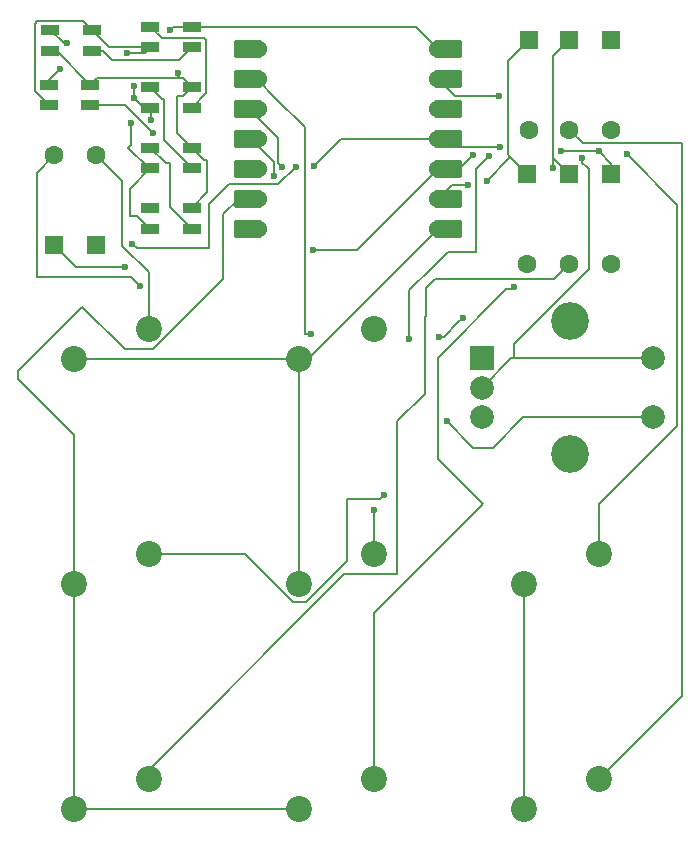
<source format=gbr>
%TF.GenerationSoftware,KiCad,Pcbnew,9.0.2*%
%TF.CreationDate,2025-08-01T00:08:24-07:00*%
%TF.ProjectId,macropad,6d616372-6f70-4616-942e-6b696361645f,rev?*%
%TF.SameCoordinates,Original*%
%TF.FileFunction,Copper,L1,Top*%
%TF.FilePolarity,Positive*%
%FSLAX46Y46*%
G04 Gerber Fmt 4.6, Leading zero omitted, Abs format (unit mm)*
G04 Created by KiCad (PCBNEW 9.0.2) date 2025-08-01 00:08:24*
%MOMM*%
%LPD*%
G01*
G04 APERTURE LIST*
G04 Aperture macros list*
%AMRoundRect*
0 Rectangle with rounded corners*
0 $1 Rounding radius*
0 $2 $3 $4 $5 $6 $7 $8 $9 X,Y pos of 4 corners*
0 Add a 4 corners polygon primitive as box body*
4,1,4,$2,$3,$4,$5,$6,$7,$8,$9,$2,$3,0*
0 Add four circle primitives for the rounded corners*
1,1,$1+$1,$2,$3*
1,1,$1+$1,$4,$5*
1,1,$1+$1,$6,$7*
1,1,$1+$1,$8,$9*
0 Add four rect primitives between the rounded corners*
20,1,$1+$1,$2,$3,$4,$5,0*
20,1,$1+$1,$4,$5,$6,$7,0*
20,1,$1+$1,$6,$7,$8,$9,0*
20,1,$1+$1,$8,$9,$2,$3,0*%
G04 Aperture macros list end*
%TA.AperFunction,SMDPad,CuDef*%
%ADD10R,1.600000X0.850000*%
%TD*%
%TA.AperFunction,ComponentPad*%
%ADD11C,1.600000*%
%TD*%
%TA.AperFunction,ComponentPad*%
%ADD12RoundRect,0.250000X-0.550000X0.550000X-0.550000X-0.550000X0.550000X-0.550000X0.550000X0.550000X0*%
%TD*%
%TA.AperFunction,ComponentPad*%
%ADD13RoundRect,0.250000X0.550000X-0.550000X0.550000X0.550000X-0.550000X0.550000X-0.550000X-0.550000X0*%
%TD*%
%TA.AperFunction,SMDPad,CuDef*%
%ADD14RoundRect,0.152400X1.063600X0.609600X-1.063600X0.609600X-1.063600X-0.609600X1.063600X-0.609600X0*%
%TD*%
%TA.AperFunction,ComponentPad*%
%ADD15C,1.524000*%
%TD*%
%TA.AperFunction,SMDPad,CuDef*%
%ADD16RoundRect,0.152400X-1.063600X-0.609600X1.063600X-0.609600X1.063600X0.609600X-1.063600X0.609600X0*%
%TD*%
%TA.AperFunction,ComponentPad*%
%ADD17C,2.200000*%
%TD*%
%TA.AperFunction,ComponentPad*%
%ADD18R,2.000000X2.000000*%
%TD*%
%TA.AperFunction,ComponentPad*%
%ADD19C,2.000000*%
%TD*%
%TA.AperFunction,ComponentPad*%
%ADD20C,3.200000*%
%TD*%
%TA.AperFunction,ViaPad*%
%ADD21C,0.600000*%
%TD*%
%TA.AperFunction,Conductor*%
%ADD22C,0.200000*%
%TD*%
G04 APERTURE END LIST*
D10*
%TO.P,D3,4,VDD*%
%TO.N,+5V*%
X72872500Y-50290000D03*
%TO.P,D3,3,DIN*%
%TO.N,Net-(D2-DOUT)*%
X72872500Y-52040000D03*
%TO.P,D3,2,VSS*%
%TO.N,GND*%
X69372500Y-52040000D03*
%TO.P,D3,1,DOUT*%
%TO.N,Net-(D3-DOUT)*%
X69372500Y-50290000D03*
%TD*%
%TO.P,D2,4,VDD*%
%TO.N,+5V*%
X60900000Y-52325000D03*
%TO.P,D2,3,DIN*%
%TO.N,Net-(D1-DOUT)*%
X60900000Y-50575000D03*
%TO.P,D2,2,VSS*%
%TO.N,GND*%
X64400000Y-50575000D03*
%TO.P,D2,1,DOUT*%
%TO.N,Net-(D2-DOUT)*%
X64400000Y-52325000D03*
%TD*%
%TO.P,D4,4,VDD*%
%TO.N,+5V*%
X72872500Y-55410000D03*
%TO.P,D4,3,DIN*%
%TO.N,Net-(D3-DOUT)*%
X72872500Y-57160000D03*
%TO.P,D4,2,VSS*%
%TO.N,GND*%
X69372500Y-57160000D03*
%TO.P,D4,1,DOUT*%
%TO.N,Net-(D4-DOUT)*%
X69372500Y-55410000D03*
%TD*%
%TO.P,D5,4,VDD*%
%TO.N,+5V*%
X72872500Y-60530000D03*
%TO.P,D5,3,DIN*%
%TO.N,Net-(D4-DOUT)*%
X72872500Y-62280000D03*
%TO.P,D5,2,VSS*%
%TO.N,GND*%
X69372500Y-62280000D03*
%TO.P,D5,1,DOUT*%
%TO.N,Net-(D5-DOUT)*%
X69372500Y-60530000D03*
%TD*%
%TO.P,D6,4,VDD*%
%TO.N,+5V*%
X72872500Y-65650000D03*
%TO.P,D6,3,DIN*%
%TO.N,Net-(D5-DOUT)*%
X72872500Y-67400000D03*
%TO.P,D6,2,VSS*%
%TO.N,GND*%
X69372500Y-67400000D03*
%TO.P,D6,1,DOUT*%
%TO.N,unconnected-(D6-DOUT-Pad1)*%
X69372500Y-65650000D03*
%TD*%
%TO.P,D1,4,VDD*%
%TO.N,+5V*%
X64300000Y-55200000D03*
%TO.P,D1,3,DIN*%
%TO.N,Net-(D1-DIN)*%
X64300000Y-56950000D03*
%TO.P,D1,2,VSS*%
%TO.N,GND*%
X60800000Y-56950000D03*
%TO.P,D1,1,DOUT*%
%TO.N,Net-(D1-DOUT)*%
X60800000Y-55200000D03*
%TD*%
D11*
%TO.P,D13,2,A*%
%TO.N,Net-(D13-A)*%
X108400000Y-59010000D03*
D12*
%TO.P,D13,1,K*%
%TO.N,Net-(D10-K)*%
X108400000Y-51390000D03*
%TD*%
D11*
%TO.P,D14,2,A*%
%TO.N,Net-(D14-A)*%
X104850000Y-59010000D03*
D12*
%TO.P,D14,1,K*%
%TO.N,Net-(D11-K)*%
X104850000Y-51390000D03*
%TD*%
D11*
%TO.P,D12,2,A*%
%TO.N,Net-(D12-A)*%
X101300000Y-70370000D03*
D12*
%TO.P,D12,1,K*%
%TO.N,Net-(D12-K)*%
X101300000Y-62750000D03*
%TD*%
D11*
%TO.P,D7,2,A*%
%TO.N,Net-(D7-A)*%
X64750000Y-61140000D03*
D13*
%TO.P,D7,1,K*%
%TO.N,Net-(D10-K)*%
X64750000Y-68760000D03*
%TD*%
D11*
%TO.P,D9,2,A*%
%TO.N,Net-(D9-A)*%
X101450000Y-59010000D03*
D12*
%TO.P,D9,1,K*%
%TO.N,Net-(D12-K)*%
X101450000Y-51390000D03*
%TD*%
D11*
%TO.P,D10,2,A*%
%TO.N,Net-(D10-A)*%
X108400000Y-70370000D03*
D12*
%TO.P,D10,1,K*%
%TO.N,Net-(D10-K)*%
X108400000Y-62750000D03*
%TD*%
D11*
%TO.P,D8,2,A*%
%TO.N,Net-(D8-A)*%
X61250000Y-61140000D03*
D13*
%TO.P,D8,1,K*%
%TO.N,Net-(D11-K)*%
X61250000Y-68760000D03*
%TD*%
D11*
%TO.P,D11,2,A*%
%TO.N,Net-(D11-A)*%
X104850000Y-70370000D03*
D12*
%TO.P,D11,1,K*%
%TO.N,Net-(D11-K)*%
X104850000Y-62750000D03*
%TD*%
D14*
%TO.P,U1,1,GPIO26/ADC0/A0*%
%TO.N,unconnected-(U1-GPIO26{slash}ADC0{slash}A0-Pad1)*%
X77635000Y-52160000D03*
D15*
X78470000Y-52160000D03*
D14*
%TO.P,U1,2,GPIO27/ADC1/A1*%
%TO.N,Net-(U1-GPIO27{slash}ADC1{slash}A1)*%
X77635000Y-54700000D03*
D15*
X78470000Y-54700000D03*
D14*
%TO.P,U1,3,GPIO28/ADC2/A2*%
%TO.N,Net-(U1-GPIO28{slash}ADC2{slash}A2)*%
X77635000Y-57240000D03*
D15*
X78470000Y-57240000D03*
D14*
%TO.P,U1,4,GPIO29/ADC3/A3*%
%TO.N,Net-(U1-GPIO29{slash}ADC3{slash}A3)*%
X77635000Y-59780000D03*
D15*
X78470000Y-59780000D03*
D14*
%TO.P,U1,5,GPIO6/SDA*%
%TO.N,Net-(D1-DIN)*%
X77635000Y-62320000D03*
D15*
X78470000Y-62320000D03*
D14*
%TO.P,U1,6,GPIO7/SCL*%
%TO.N,Net-(U1-GPIO7{slash}SCL)*%
X77635000Y-64860000D03*
D15*
X78470000Y-64860000D03*
D14*
%TO.P,U1,7,GPIO0/TX*%
%TO.N,Net-(U1-GPIO0{slash}TX)*%
X77635000Y-67400000D03*
D15*
X78470000Y-67400000D03*
%TO.P,U1,8,GPIO1/RX*%
%TO.N,Net-(U1-GPIO1{slash}RX)*%
X93710000Y-67400000D03*
D16*
X94545000Y-67400000D03*
D15*
%TO.P,U1,9,GPIO2/SCK*%
%TO.N,Net-(D12-K)*%
X93710000Y-64860000D03*
D16*
X94545000Y-64860000D03*
D15*
%TO.P,U1,10,GPIO4/MISO*%
%TO.N,Net-(D11-K)*%
X93710000Y-62320000D03*
D16*
X94545000Y-62320000D03*
D15*
%TO.P,U1,11,GPIO3/MOSI*%
%TO.N,Net-(D10-K)*%
X93710000Y-59780000D03*
D16*
X94545000Y-59780000D03*
D15*
%TO.P,U1,12,3V3*%
%TO.N,unconnected-(U1-3V3-Pad12)*%
X93710000Y-57240000D03*
D16*
X94545000Y-57240000D03*
D15*
%TO.P,U1,13,GND*%
%TO.N,GND*%
X93710000Y-54700000D03*
D16*
X94545000Y-54700000D03*
D15*
%TO.P,U1,14,VBUS*%
%TO.N,+5V*%
X93710000Y-52160000D03*
D16*
X94545000Y-52160000D03*
%TD*%
D17*
%TO.P,SW9,1,1*%
%TO.N,Net-(D14-A)*%
X107315000Y-113982500D03*
%TO.P,SW9,2,2*%
%TO.N,Net-(U1-GPIO27{slash}ADC1{slash}A1)*%
X100965000Y-116522500D03*
%TD*%
%TO.P,SW8,1,1*%
%TO.N,Net-(D13-A)*%
X107315000Y-94932500D03*
%TO.P,SW8,2,2*%
%TO.N,Net-(U1-GPIO27{slash}ADC1{slash}A1)*%
X100965000Y-97472500D03*
%TD*%
%TO.P,SW3,1,1*%
%TO.N,Net-(D9-A)*%
X88265000Y-94932500D03*
%TO.P,SW3,2,2*%
%TO.N,Net-(U1-GPIO1{slash}RX)*%
X81915000Y-97472500D03*
%TD*%
%TO.P,SW1,1,1*%
%TO.N,Net-(D7-A)*%
X69215000Y-75882500D03*
%TO.P,SW1,2,2*%
%TO.N,Net-(U1-GPIO1{slash}RX)*%
X62865000Y-78422500D03*
%TD*%
%TO.P,SW6,1,1*%
%TO.N,Net-(D12-A)*%
X88265000Y-113982500D03*
%TO.P,SW6,2,2*%
%TO.N,Net-(U1-GPIO7{slash}SCL)*%
X81915000Y-116522500D03*
%TD*%
%TO.P,SW4,1,1*%
%TO.N,Net-(D10-A)*%
X69215000Y-94932500D03*
%TO.P,SW4,2,2*%
%TO.N,Net-(U1-GPIO7{slash}SCL)*%
X62865000Y-97472500D03*
%TD*%
%TO.P,SW5,1,1*%
%TO.N,Net-(D11-A)*%
X69215000Y-113982500D03*
%TO.P,SW5,2,2*%
%TO.N,Net-(U1-GPIO7{slash}SCL)*%
X62865000Y-116522500D03*
%TD*%
%TO.P,SW2,1,1*%
%TO.N,Net-(D8-A)*%
X88265000Y-75882500D03*
%TO.P,SW2,2,2*%
%TO.N,Net-(U1-GPIO1{slash}RX)*%
X81915000Y-78422500D03*
%TD*%
D18*
%TO.P,SW7,A,A*%
%TO.N,Net-(U1-GPIO29{slash}ADC3{slash}A3)*%
X97418750Y-78343750D03*
D19*
%TO.P,SW7,B,B*%
%TO.N,Net-(U1-GPIO28{slash}ADC2{slash}A2)*%
X97418750Y-83343750D03*
%TO.P,SW7,C,C*%
%TO.N,GND*%
X97418750Y-80843750D03*
D20*
%TO.P,SW7,MP*%
%TO.N,N/C*%
X104918750Y-75243750D03*
X104918750Y-86443750D03*
D19*
%TO.P,SW7,S1,S1*%
%TO.N,Net-(U1-GPIO0{slash}TX)*%
X111918750Y-83343750D03*
%TO.P,SW7,S2,S2*%
%TO.N,GND*%
X111918750Y-78343750D03*
%TD*%
D21*
%TO.N,Net-(D1-DOUT)*%
X62350000Y-51700000D03*
X61750000Y-53850000D03*
%TO.N,GND*%
X67750000Y-58450000D03*
X69400000Y-58150000D03*
%TO.N,Net-(U1-GPIO29{slash}ADC3{slash}A3)*%
X95800000Y-74950000D03*
X93800000Y-76550000D03*
X79800000Y-62900000D03*
%TO.N,Net-(D12-K)*%
X97850000Y-63350000D03*
X96300000Y-63700000D03*
%TO.N,Net-(D11-K)*%
X96700000Y-61150000D03*
X103500000Y-62250000D03*
%TO.N,Net-(D8-A)*%
X68500000Y-72250000D03*
%TO.N,Net-(U1-GPIO28{slash}ADC2{slash}A2)*%
X80550000Y-62200000D03*
%TO.N,Net-(D10-K)*%
X67850000Y-68700000D03*
X81700000Y-62150000D03*
X83250000Y-62050000D03*
%TO.N,GND*%
X98850000Y-56150000D03*
X105950000Y-61450000D03*
%TO.N,Net-(D9-A)*%
X91300000Y-76700000D03*
X88300000Y-91200000D03*
X98000000Y-61250000D03*
%TO.N,Net-(U1-GPIO27{slash}ADC1{slash}A1)*%
X82950000Y-76300000D03*
%TO.N,GND*%
X67350000Y-52500000D03*
X68000000Y-55350000D03*
X68000000Y-56300000D03*
%TO.N,Net-(D11-K)*%
X67200000Y-70600000D03*
X83150000Y-69200000D03*
%TO.N,Net-(D1-DIN)*%
X69600000Y-59300000D03*
%TO.N,Net-(D10-K)*%
X98950000Y-60450000D03*
X104150000Y-60850000D03*
X107350000Y-60850000D03*
%TO.N,Net-(D13-A)*%
X109700000Y-61100000D03*
%TO.N,Net-(D10-A)*%
X89150000Y-89950000D03*
%TO.N,Net-(D12-A)*%
X100150000Y-72300000D03*
%TO.N,Net-(U1-GPIO0{slash}TX)*%
X94450000Y-83700000D03*
%TO.N,+5V*%
X71000000Y-50600000D03*
X71750000Y-54200000D03*
%TD*%
D22*
%TO.N,Net-(D1-DOUT)*%
X62350000Y-51700000D02*
X62025000Y-51700000D01*
X60800000Y-54800000D02*
X61750000Y-53850000D01*
X60800000Y-55200000D02*
X60800000Y-54800000D01*
X62025000Y-51700000D02*
X60900000Y-50575000D01*
%TO.N,GND*%
X69372500Y-62280000D02*
X69230000Y-62280000D01*
X67750000Y-60300000D02*
X67750000Y-58450000D01*
X69230000Y-62280000D02*
X67500000Y-60550000D01*
X67500000Y-60550000D02*
X67750000Y-60300000D01*
X69400000Y-58150000D02*
X69400000Y-57187500D01*
X69400000Y-57187500D02*
X69372500Y-57160000D01*
X68272500Y-66300000D02*
X67650000Y-66300000D01*
X69372500Y-67400000D02*
X68272500Y-66300000D01*
X67650000Y-66300000D02*
X67650000Y-64002500D01*
X67650000Y-64002500D02*
X69372500Y-62280000D01*
%TO.N,Net-(U1-GPIO29{slash}ADC3{slash}A3)*%
X95450000Y-75300000D02*
X95800000Y-74950000D01*
X78470000Y-59780000D02*
X78470000Y-60420000D01*
X93800000Y-76550000D02*
X94200000Y-76550000D01*
X79800000Y-61750000D02*
X79800000Y-62900000D01*
X79400000Y-61350000D02*
X79800000Y-61750000D01*
X78470000Y-60420000D02*
X79400000Y-61350000D01*
X94200000Y-76550000D02*
X95450000Y-75300000D01*
%TO.N,Net-(D12-K)*%
X93710000Y-64860000D02*
X94870000Y-63700000D01*
X94870000Y-63700000D02*
X96300000Y-63700000D01*
X99650000Y-61100000D02*
X99775000Y-61225000D01*
X99775000Y-61425000D02*
X99775000Y-61225000D01*
X97850000Y-63350000D02*
X99775000Y-61425000D01*
%TO.N,Net-(D11-K)*%
X95530000Y-62320000D02*
X96700000Y-61150000D01*
X93710000Y-62320000D02*
X95530000Y-62320000D01*
X103500000Y-62250000D02*
X103500000Y-61400000D01*
%TO.N,Net-(D8-A)*%
X67750000Y-71500000D02*
X68500000Y-72250000D01*
X59750000Y-62640000D02*
X59750000Y-71500000D01*
X59750000Y-71500000D02*
X67750000Y-71500000D01*
X61250000Y-61140000D02*
X59750000Y-62640000D01*
%TO.N,Net-(U1-GPIO28{slash}ADC2{slash}A2)*%
X78470000Y-58020000D02*
X80200000Y-59750000D01*
X78470000Y-57240000D02*
X78470000Y-58020000D01*
X80200000Y-61850000D02*
X80550000Y-62200000D01*
X80200000Y-59750000D02*
X80200000Y-61850000D01*
%TO.N,Net-(D10-K)*%
X74350000Y-69050000D02*
X68200000Y-69050000D01*
X80200000Y-63650000D02*
X76000000Y-63650000D01*
X93710000Y-59780000D02*
X85520000Y-59780000D01*
X81700000Y-62150000D02*
X80200000Y-63650000D01*
X85520000Y-59780000D02*
X83250000Y-62050000D01*
X76000000Y-63650000D02*
X74350000Y-65300000D01*
X68200000Y-69050000D02*
X67850000Y-68700000D01*
X74350000Y-65300000D02*
X74350000Y-69050000D01*
%TO.N,GND*%
X100150000Y-78343750D02*
X99918750Y-78343750D01*
X106500000Y-65150000D02*
X106500000Y-62350000D01*
X105950000Y-61800000D02*
X105950000Y-61450000D01*
X95160000Y-56150000D02*
X93710000Y-54700000D01*
X100150000Y-78343750D02*
X100150000Y-77150000D01*
X106300000Y-62150000D02*
X105950000Y-61800000D01*
X106500000Y-70800000D02*
X106500000Y-65150000D01*
X100150000Y-77150000D02*
X106500000Y-70800000D01*
X106500000Y-62350000D02*
X106300000Y-62150000D01*
X98850000Y-56150000D02*
X95160000Y-56150000D01*
%TO.N,Net-(D9-A)*%
X96950000Y-62300000D02*
X98000000Y-61250000D01*
X94550000Y-69350000D02*
X96950000Y-69350000D01*
X88300000Y-94897500D02*
X88300000Y-91200000D01*
X93300000Y-70600000D02*
X94550000Y-69350000D01*
X88265000Y-94932500D02*
X88300000Y-94897500D01*
X96950000Y-69350000D02*
X96950000Y-62300000D01*
X91300000Y-76700000D02*
X91300000Y-72600000D01*
X91300000Y-72600000D02*
X93300000Y-70600000D01*
%TO.N,Net-(U1-GPIO27{slash}ADC1{slash}A1)*%
X82450000Y-76300000D02*
X82950000Y-76300000D01*
X79950000Y-56300000D02*
X82450000Y-58800000D01*
X78470000Y-54820000D02*
X79950000Y-56300000D01*
X78470000Y-54700000D02*
X78470000Y-54820000D01*
X82450000Y-58800000D02*
X82450000Y-76300000D01*
%TO.N,GND*%
X67350000Y-52500000D02*
X68912500Y-52500000D01*
X68912500Y-52500000D02*
X69372500Y-52040000D01*
X68000000Y-56300000D02*
X68000000Y-55350000D01*
X69372500Y-57160000D02*
X68860000Y-57160000D01*
X68860000Y-57160000D02*
X68000000Y-56300000D01*
%TO.N,Net-(D11-K)*%
X83150000Y-69200000D02*
X86830000Y-69200000D01*
X86830000Y-69200000D02*
X93710000Y-62320000D01*
X63090000Y-70600000D02*
X67200000Y-70600000D01*
X61250000Y-68760000D02*
X63090000Y-70600000D01*
%TO.N,Net-(D1-DIN)*%
X67250000Y-56950000D02*
X69600000Y-59300000D01*
X64300000Y-56950000D02*
X67250000Y-56950000D01*
%TO.N,Net-(D10-K)*%
X107350000Y-60850000D02*
X104150000Y-60850000D01*
X94380000Y-60450000D02*
X93710000Y-59780000D01*
X98950000Y-60450000D02*
X94380000Y-60450000D01*
X108400000Y-61900000D02*
X107350000Y-60850000D01*
X108400000Y-62750000D02*
X108400000Y-61900000D01*
%TO.N,Net-(D11-K)*%
X104850000Y-62750000D02*
X103500000Y-61400000D01*
X103500000Y-61400000D02*
X103500000Y-52740000D01*
X103500000Y-52740000D02*
X104850000Y-51390000D01*
%TO.N,Net-(D12-K)*%
X101450000Y-51390000D02*
X99650000Y-53190000D01*
X99775000Y-61225000D02*
X101300000Y-62750000D01*
X99650000Y-53190000D02*
X99650000Y-61100000D01*
%TO.N,Net-(D13-A)*%
X113950000Y-65350000D02*
X109700000Y-61100000D01*
X107315000Y-90735000D02*
X113200000Y-84850000D01*
X113950000Y-83900000D02*
X113950000Y-65350000D01*
X107315000Y-94932500D02*
X107315000Y-90735000D01*
X113200000Y-84850000D02*
X113950000Y-84100000D01*
X113950000Y-84100000D02*
X113950000Y-83900000D01*
%TO.N,Net-(D10-A)*%
X86050000Y-90300000D02*
X88800000Y-90300000D01*
X83400000Y-98150000D02*
X86050000Y-95500000D01*
X81450000Y-99000000D02*
X82550000Y-99000000D01*
X77382500Y-94932500D02*
X81450000Y-99000000D01*
X88800000Y-90300000D02*
X89150000Y-89950000D01*
X86050000Y-95500000D02*
X86050000Y-90300000D01*
X69215000Y-94932500D02*
X77382500Y-94932500D01*
X82550000Y-99000000D02*
X83400000Y-98150000D01*
%TO.N,Net-(D12-A)*%
X97500000Y-90700000D02*
X93700000Y-86900000D01*
X99500000Y-72500000D02*
X99950000Y-72500000D01*
X93700000Y-86900000D02*
X93700000Y-81650000D01*
X88265000Y-113982500D02*
X88265000Y-99935000D01*
X88265000Y-99935000D02*
X97500000Y-90700000D01*
X93700000Y-81650000D02*
X93700000Y-78300000D01*
X99950000Y-72500000D02*
X100150000Y-72300000D01*
X93700000Y-78300000D02*
X99500000Y-72500000D01*
%TO.N,Net-(U1-GPIO0{slash}TX)*%
X111918750Y-83343750D02*
X100956250Y-83343750D01*
X98350000Y-85950000D02*
X96700000Y-85950000D01*
X100956250Y-83343750D02*
X98350000Y-85950000D01*
X96700000Y-85950000D02*
X94450000Y-83700000D01*
%TO.N,Net-(D14-A)*%
X114350000Y-106947500D02*
X114350000Y-60150000D01*
X107315000Y-113982500D02*
X114350000Y-106947500D01*
X114350000Y-60150000D02*
X105990000Y-60150000D01*
X105990000Y-60150000D02*
X104850000Y-59010000D01*
%TO.N,+5V*%
X72872500Y-50290000D02*
X91840000Y-50290000D01*
X91840000Y-50290000D02*
X93710000Y-52160000D01*
X72112500Y-54650000D02*
X71900000Y-54650000D01*
X72872500Y-50290000D02*
X71310000Y-50290000D01*
X71310000Y-50290000D02*
X71000000Y-50600000D01*
X71750000Y-54200000D02*
X71750000Y-54500000D01*
X71750000Y-54500000D02*
X71900000Y-54650000D01*
X74200000Y-64322500D02*
X74200000Y-61600000D01*
X74200000Y-61600000D02*
X73942500Y-61600000D01*
X72872500Y-65650000D02*
X74200000Y-64322500D01*
X73942500Y-61600000D02*
X72872500Y-60530000D01*
%TO.N,Net-(D5-DOUT)*%
X70692500Y-61850000D02*
X71050000Y-61850000D01*
X69372500Y-60530000D02*
X70692500Y-61850000D01*
X71050000Y-61850000D02*
X71050000Y-65577500D01*
X71050000Y-65577500D02*
X72872500Y-67400000D01*
%TO.N,Net-(D4-DOUT)*%
X70500000Y-59907500D02*
X70500000Y-56400000D01*
X72872500Y-62280000D02*
X70500000Y-59907500D01*
X70500000Y-56400000D02*
X70362500Y-56400000D01*
X70362500Y-56400000D02*
X69372500Y-55410000D01*
%TO.N,+5V*%
X71650000Y-59307500D02*
X71650000Y-56150000D01*
X71650000Y-56150000D02*
X72132500Y-56150000D01*
X72872500Y-60530000D02*
X71650000Y-59307500D01*
X72132500Y-56150000D02*
X72872500Y-55410000D01*
%TO.N,GND*%
X59650000Y-50000000D02*
X59650000Y-49850000D01*
X59600000Y-50050000D02*
X59650000Y-50000000D01*
X60800000Y-56950000D02*
X59600000Y-55750000D01*
X59600000Y-55750000D02*
X59600000Y-50050000D01*
X59650000Y-49850000D02*
X63675000Y-49850000D01*
X63675000Y-49850000D02*
X64400000Y-50575000D01*
%TO.N,+5V*%
X72872500Y-55410000D02*
X72112500Y-54650000D01*
X71900000Y-54650000D02*
X64850000Y-54650000D01*
X64850000Y-54650000D02*
X64300000Y-55200000D01*
%TO.N,Net-(D3-DOUT)*%
X69372500Y-50290000D02*
X70332500Y-51250000D01*
X74100000Y-55932500D02*
X72872500Y-57160000D01*
X70332500Y-51250000D02*
X73950000Y-51250000D01*
X73950000Y-51250000D02*
X74100000Y-51400000D01*
X74100000Y-51400000D02*
X74100000Y-55932500D01*
%TO.N,Net-(D2-DOUT)*%
X65325000Y-52325000D02*
X66100000Y-53100000D01*
X64400000Y-52325000D02*
X65325000Y-52325000D01*
X66100000Y-53100000D02*
X71812500Y-53100000D01*
X71812500Y-53100000D02*
X72872500Y-52040000D01*
%TO.N,+5V*%
X60900000Y-52325000D02*
X61425000Y-52325000D01*
X61425000Y-52325000D02*
X64300000Y-55200000D01*
%TO.N,GND*%
X65865000Y-52040000D02*
X69372500Y-52040000D01*
X64400000Y-50575000D02*
X65865000Y-52040000D01*
%TO.N,Net-(D11-A)*%
X69215000Y-113982500D02*
X69215000Y-113185000D01*
X69215000Y-113185000D02*
X85750000Y-96650000D01*
X92700000Y-72450000D02*
X93500000Y-71650000D01*
X85750000Y-96650000D02*
X90250000Y-96650000D01*
X90250000Y-96650000D02*
X90250000Y-83700000D01*
X90250000Y-83700000D02*
X92600000Y-81350000D01*
X93500000Y-71650000D02*
X103570000Y-71650000D01*
X92600000Y-81350000D02*
X92600000Y-74850000D01*
X92600000Y-74850000D02*
X92700000Y-74750000D01*
X92700000Y-74750000D02*
X92700000Y-72450000D01*
X103570000Y-71650000D02*
X104850000Y-70370000D01*
%TO.N,GND*%
X111918750Y-78343750D02*
X100150000Y-78343750D01*
X99918750Y-78343750D02*
X97418750Y-80843750D01*
%TO.N,Net-(U1-GPIO7{slash}SCL)*%
X75550000Y-71650000D02*
X75550000Y-66150000D01*
X69600000Y-77600000D02*
X75550000Y-71650000D01*
X58150000Y-80150000D02*
X58150000Y-79450000D01*
X62865000Y-97472500D02*
X62865000Y-84865000D01*
X62865000Y-84865000D02*
X58150000Y-80150000D01*
X63600000Y-74000000D02*
X67200000Y-77600000D01*
X58150000Y-79450000D02*
X63600000Y-74000000D01*
X67200000Y-77600000D02*
X69600000Y-77600000D01*
X76840000Y-64860000D02*
X78470000Y-64860000D01*
X75550000Y-66150000D02*
X76840000Y-64860000D01*
%TO.N,Net-(D7-A)*%
X69215000Y-71065000D02*
X67000000Y-68850000D01*
X69215000Y-75882500D02*
X69215000Y-71065000D01*
X67000000Y-68850000D02*
X67000000Y-63390000D01*
X67000000Y-63390000D02*
X64750000Y-61140000D01*
%TO.N,Net-(U1-GPIO1{slash}RX)*%
X81915000Y-78422500D02*
X82687500Y-78422500D01*
X82687500Y-78422500D02*
X93710000Y-67400000D01*
X81915000Y-78422500D02*
X81915000Y-97472500D01*
X62865000Y-78422500D02*
X81915000Y-78422500D01*
%TO.N,Net-(U1-GPIO27{slash}ADC1{slash}A1)*%
X100965000Y-116522500D02*
X100965000Y-97472500D01*
%TO.N,Net-(U1-GPIO7{slash}SCL)*%
X62865000Y-116522500D02*
X62865000Y-97472500D01*
X62877500Y-116522500D02*
X62900000Y-116500000D01*
X62865000Y-116522500D02*
X62877500Y-116522500D01*
X62900000Y-116500000D02*
X81892500Y-116500000D01*
X81892500Y-116500000D02*
X81915000Y-116522500D01*
%TD*%
M02*

</source>
